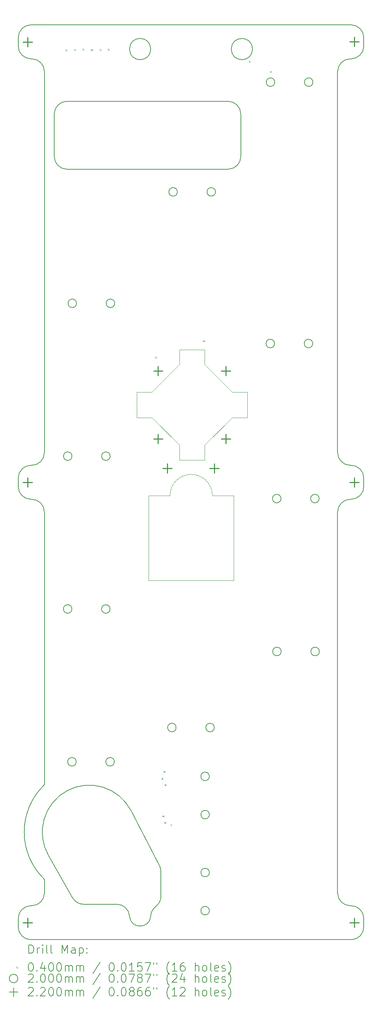
<source format=gbr>
%TF.GenerationSoftware,KiCad,Pcbnew,9.0.1*%
%TF.CreationDate,2025-04-26T11:37:52-07:00*%
%TF.ProjectId,Stationary_X_Panel,53746174-696f-46e6-9172-795f585f5061,1.6*%
%TF.SameCoordinates,Original*%
%TF.FileFunction,Drillmap*%
%TF.FilePolarity,Positive*%
%FSLAX45Y45*%
G04 Gerber Fmt 4.5, Leading zero omitted, Abs format (unit mm)*
G04 Created by KiCad (PCBNEW 9.0.1) date 2025-04-26 11:37:52*
%MOMM*%
%LPD*%
G01*
G04 APERTURE LIST*
%ADD10C,0.200000*%
%ADD11C,0.100000*%
%ADD12C,0.220000*%
G04 APERTURE END LIST*
D10*
X8250000Y-4100000D02*
X8250000Y-5100000D01*
X8250000Y-5100000D02*
G75*
G02*
X7950000Y-5400000I-300000J0D01*
G01*
D11*
X6150000Y-11250000D02*
X6800000Y-11900000D01*
X7400000Y-11900000D02*
X7400000Y-12250000D01*
D10*
X8525000Y-2570000D02*
G75*
G02*
X8025000Y-2570000I-250000J0D01*
G01*
X8025000Y-2570000D02*
G75*
G02*
X8525000Y-2570000I250000J0D01*
G01*
D11*
X6800000Y-12250000D02*
X7400000Y-12250000D01*
D10*
X10532500Y-22450000D02*
X10532500Y-13475000D01*
X10850000Y-12375000D02*
G75*
G02*
X11150000Y-12675000I0J-300000D01*
G01*
X4283606Y-22564417D02*
X3713209Y-21567021D01*
X3300000Y-2800000D02*
X3317500Y-2800000D01*
X6365000Y-21943583D02*
X6365000Y-22528990D01*
X11150000Y-23250000D02*
X11150000Y-23050000D01*
X3617500Y-22127500D02*
X3617500Y-22450000D01*
D11*
X6800000Y-11900000D02*
X6800000Y-12250000D01*
D10*
X11150000Y-12875000D02*
G75*
G02*
X10850000Y-13175000I-300000J0D01*
G01*
D11*
X7400000Y-11900000D02*
X8050000Y-11250000D01*
D10*
X3000000Y-23050000D02*
G75*
G02*
X3300000Y-22750000I300000J0D01*
G01*
X6124638Y-22993448D02*
G75*
G02*
X6244604Y-22769290I299622J-16172D01*
G01*
X10532500Y-3100000D02*
G75*
G02*
X10832500Y-2800000I300000J0D01*
G01*
X3617500Y-22450000D02*
G75*
G02*
X3317500Y-22750000I-300000J0D01*
G01*
X4150000Y-3800000D02*
X7950000Y-3800000D01*
X3300000Y-23550000D02*
G75*
G02*
X3000000Y-23250000I0J300000D01*
G01*
X10532500Y-13475000D02*
G75*
G02*
X10832500Y-13175000I300000J0D01*
G01*
D11*
X6078500Y-15089500D02*
X6078500Y-13089500D01*
D10*
X11150000Y-2500000D02*
X11150000Y-2300000D01*
X10850000Y-2000000D02*
G75*
G02*
X11150000Y-2300000I0J-300000D01*
G01*
X3300000Y-2800000D02*
G75*
G02*
X3000000Y-2500000I0J300000D01*
G01*
D11*
X7400000Y-9650000D02*
X6800000Y-9650000D01*
D10*
X10850000Y-22750000D02*
G75*
G02*
X11150000Y-23050000I0J-300000D01*
G01*
X10850000Y-12375000D02*
X10832500Y-12375000D01*
X3000000Y-12675000D02*
X3000000Y-12875000D01*
X3317500Y-12375000D02*
X3300000Y-12375000D01*
X10832500Y-22750000D02*
G75*
G02*
X10532500Y-22450000I0J300000D01*
G01*
D11*
X6800000Y-10000000D02*
X6150000Y-10650000D01*
D10*
X3000000Y-2300000D02*
G75*
G02*
X3300000Y-2000000I300000J0D01*
G01*
D11*
X8400000Y-11250000D02*
X8400000Y-10650000D01*
X6578500Y-13089500D02*
G75*
G02*
X7578500Y-13089500I500000J0D01*
G01*
D10*
X10832500Y-13175000D02*
X10850000Y-13175000D01*
X10832500Y-12375000D02*
G75*
G02*
X10532500Y-12075000I0J300000D01*
G01*
X10832500Y-2800000D02*
X10850000Y-2800000D01*
X3300000Y-13175000D02*
G75*
G02*
X3000000Y-12875000I0J300000D01*
G01*
X7950000Y-3800000D02*
G75*
G02*
X8250000Y-4100000I0J-300000D01*
G01*
X6365000Y-22528990D02*
G75*
G02*
X6244602Y-22769288I-300000J0D01*
G01*
X7950000Y-5400000D02*
X4150000Y-5400000D01*
D11*
X6800000Y-10000000D02*
X6800000Y-9650000D01*
D10*
X4150000Y-5400000D02*
G75*
G02*
X3850000Y-5100000I0J300000D01*
G01*
D11*
X5800000Y-11250000D02*
X5800000Y-10650000D01*
D10*
X6124638Y-22993448D02*
G75*
G02*
X5625521Y-22996130I-249638J13448D01*
G01*
X3850000Y-4100000D02*
G75*
G02*
X4150000Y-3800000I300000J0D01*
G01*
X3617500Y-12075000D02*
G75*
G02*
X3317500Y-12375000I-300000J0D01*
G01*
X10850000Y-22750000D02*
X10832500Y-22750000D01*
X3617500Y-3100000D02*
X3617500Y-12075000D01*
X11150000Y-12875000D02*
X11150000Y-12675000D01*
X3317500Y-13175000D02*
G75*
G02*
X3617500Y-13475000I0J-300000D01*
G01*
D11*
X8078500Y-13089500D02*
X8078500Y-15089500D01*
X7578500Y-13089500D02*
X8078500Y-13089500D01*
D10*
X3317500Y-22750000D02*
X3300000Y-22750000D01*
X3000000Y-2300000D02*
X3000000Y-2500000D01*
X10532500Y-12075000D02*
X10532500Y-3100000D01*
X5326146Y-22715486D02*
G75*
G02*
X5625521Y-22996130I24J-299974D01*
G01*
X11150000Y-2500000D02*
G75*
G02*
X10850000Y-2800000I-300000J0D01*
G01*
D11*
X6078500Y-13089500D02*
X6578500Y-13089500D01*
D10*
X6125000Y-2570000D02*
G75*
G02*
X5625000Y-2570000I-250000J0D01*
G01*
X5625000Y-2570000D02*
G75*
G02*
X6125000Y-2570000I250000J0D01*
G01*
X5326146Y-22715486D02*
X4544028Y-22715486D01*
D11*
X7400000Y-10000000D02*
X7400000Y-9650000D01*
D10*
X4544028Y-22715486D02*
G75*
G02*
X4283605Y-22564418I2J300006D01*
G01*
X3850000Y-4100000D02*
X3850000Y-5100000D01*
D11*
X8078500Y-15089500D02*
X6078500Y-15089500D01*
X8050000Y-10650000D02*
X7400000Y-10000000D01*
X8050000Y-10650000D02*
X8400000Y-10650000D01*
D10*
X5658777Y-20507316D02*
X6331375Y-21805581D01*
X6331375Y-21805581D02*
G75*
G02*
X6365002Y-21943583I-266425J-138019D01*
G01*
D11*
X5800000Y-10650000D02*
X6150000Y-10650000D01*
D10*
X3000000Y-23050000D02*
X3000000Y-23250000D01*
X3317500Y-2800000D02*
G75*
G02*
X3617500Y-3100000I0J-300000D01*
G01*
X10850000Y-2000000D02*
X3300000Y-2000000D01*
D11*
X8050000Y-11250000D02*
X8400000Y-11250000D01*
X5800000Y-11250000D02*
X6150000Y-11250000D01*
D10*
X3713209Y-21567021D02*
G75*
G02*
X5658777Y-20507316I961791J550035D01*
G01*
X11150000Y-23250000D02*
G75*
G02*
X10850000Y-23550000I-300000J0D01*
G01*
X3300000Y-13175000D02*
X3317500Y-13175000D01*
X3617500Y-22127500D02*
G75*
G02*
X3617500Y-19900000I1064676J1113750D01*
G01*
X3300000Y-23550000D02*
X10850000Y-23550000D01*
X3617500Y-13475000D02*
X3617500Y-19900000D01*
X3000000Y-12675000D02*
G75*
G02*
X3300000Y-12375000I300000J0D01*
G01*
D11*
X4111000Y-2577000D02*
X4151000Y-2617000D01*
X4151000Y-2577000D02*
X4111000Y-2617000D01*
X4314000Y-2568000D02*
X4354000Y-2608000D01*
X4354000Y-2568000D02*
X4314000Y-2608000D01*
X4510000Y-2560000D02*
X4550000Y-2600000D01*
X4550000Y-2560000D02*
X4510000Y-2600000D01*
X4711000Y-2571000D02*
X4751000Y-2611000D01*
X4751000Y-2571000D02*
X4711000Y-2611000D01*
X4914000Y-2568000D02*
X4954000Y-2608000D01*
X4954000Y-2568000D02*
X4914000Y-2608000D01*
X5109000Y-2558000D02*
X5149000Y-2598000D01*
X5149000Y-2558000D02*
X5109000Y-2598000D01*
X6229000Y-9814000D02*
X6269000Y-9854000D01*
X6269000Y-9814000D02*
X6229000Y-9854000D01*
X6378000Y-19738000D02*
X6418000Y-19778000D01*
X6418000Y-19738000D02*
X6378000Y-19778000D01*
X6397800Y-20622200D02*
X6437800Y-20662200D01*
X6437800Y-20622200D02*
X6397800Y-20662200D01*
X6421000Y-19572000D02*
X6461000Y-19612000D01*
X6461000Y-19572000D02*
X6421000Y-19612000D01*
X6439800Y-20775200D02*
X6479800Y-20815200D01*
X6479800Y-20775200D02*
X6439800Y-20815200D01*
X6449000Y-19885000D02*
X6489000Y-19925000D01*
X6489000Y-19885000D02*
X6449000Y-19925000D01*
X6589800Y-20826200D02*
X6629800Y-20866200D01*
X6629800Y-20826200D02*
X6589800Y-20866200D01*
X7356000Y-9430000D02*
X7396000Y-9470000D01*
X7396000Y-9430000D02*
X7356000Y-9470000D01*
X8439000Y-2849500D02*
X8479000Y-2889500D01*
X8479000Y-2849500D02*
X8439000Y-2889500D01*
X8936000Y-3085000D02*
X8976000Y-3125000D01*
X8976000Y-3085000D02*
X8936000Y-3125000D01*
D10*
X4266500Y-15759500D02*
G75*
G02*
X4066500Y-15759500I-100000J0D01*
G01*
X4066500Y-15759500D02*
G75*
G02*
X4266500Y-15759500I100000J0D01*
G01*
X4268000Y-12159500D02*
G75*
G02*
X4068000Y-12159500I-100000J0D01*
G01*
X4068000Y-12159500D02*
G75*
G02*
X4268000Y-12159500I100000J0D01*
G01*
X4366500Y-19359500D02*
G75*
G02*
X4166500Y-19359500I-100000J0D01*
G01*
X4166500Y-19359500D02*
G75*
G02*
X4366500Y-19359500I100000J0D01*
G01*
X4375000Y-8559500D02*
G75*
G02*
X4175000Y-8559500I-100000J0D01*
G01*
X4175000Y-8559500D02*
G75*
G02*
X4375000Y-8559500I100000J0D01*
G01*
X5166500Y-15759500D02*
G75*
G02*
X4966500Y-15759500I-100000J0D01*
G01*
X4966500Y-15759500D02*
G75*
G02*
X5166500Y-15759500I100000J0D01*
G01*
X5168000Y-12159500D02*
G75*
G02*
X4968000Y-12159500I-100000J0D01*
G01*
X4968000Y-12159500D02*
G75*
G02*
X5168000Y-12159500I100000J0D01*
G01*
X5266500Y-19359500D02*
G75*
G02*
X5066500Y-19359500I-100000J0D01*
G01*
X5066500Y-19359500D02*
G75*
G02*
X5266500Y-19359500I100000J0D01*
G01*
X5275000Y-8559500D02*
G75*
G02*
X5075000Y-8559500I-100000J0D01*
G01*
X5075000Y-8559500D02*
G75*
G02*
X5275000Y-8559500I100000J0D01*
G01*
X6724000Y-18552000D02*
G75*
G02*
X6524000Y-18552000I-100000J0D01*
G01*
X6524000Y-18552000D02*
G75*
G02*
X6724000Y-18552000I100000J0D01*
G01*
X6752500Y-5934500D02*
G75*
G02*
X6552500Y-5934500I-100000J0D01*
G01*
X6552500Y-5934500D02*
G75*
G02*
X6752500Y-5934500I100000J0D01*
G01*
X7508000Y-19703000D02*
G75*
G02*
X7308000Y-19703000I-100000J0D01*
G01*
X7308000Y-19703000D02*
G75*
G02*
X7508000Y-19703000I100000J0D01*
G01*
X7508000Y-20603000D02*
G75*
G02*
X7308000Y-20603000I-100000J0D01*
G01*
X7308000Y-20603000D02*
G75*
G02*
X7508000Y-20603000I100000J0D01*
G01*
X7508000Y-21967000D02*
G75*
G02*
X7308000Y-21967000I-100000J0D01*
G01*
X7308000Y-21967000D02*
G75*
G02*
X7508000Y-21967000I100000J0D01*
G01*
X7508000Y-22867000D02*
G75*
G02*
X7308000Y-22867000I-100000J0D01*
G01*
X7308000Y-22867000D02*
G75*
G02*
X7508000Y-22867000I100000J0D01*
G01*
X7624000Y-18552000D02*
G75*
G02*
X7424000Y-18552000I-100000J0D01*
G01*
X7424000Y-18552000D02*
G75*
G02*
X7624000Y-18552000I100000J0D01*
G01*
X7652500Y-5934500D02*
G75*
G02*
X7452500Y-5934500I-100000J0D01*
G01*
X7452500Y-5934500D02*
G75*
G02*
X7652500Y-5934500I100000J0D01*
G01*
X9045000Y-9507000D02*
G75*
G02*
X8845000Y-9507000I-100000J0D01*
G01*
X8845000Y-9507000D02*
G75*
G02*
X9045000Y-9507000I100000J0D01*
G01*
X9050000Y-3350000D02*
G75*
G02*
X8850000Y-3350000I-100000J0D01*
G01*
X8850000Y-3350000D02*
G75*
G02*
X9050000Y-3350000I100000J0D01*
G01*
X9197000Y-13159000D02*
G75*
G02*
X8997000Y-13159000I-100000J0D01*
G01*
X8997000Y-13159000D02*
G75*
G02*
X9197000Y-13159000I100000J0D01*
G01*
X9202000Y-16761000D02*
G75*
G02*
X9002000Y-16761000I-100000J0D01*
G01*
X9002000Y-16761000D02*
G75*
G02*
X9202000Y-16761000I100000J0D01*
G01*
X9945000Y-9507000D02*
G75*
G02*
X9745000Y-9507000I-100000J0D01*
G01*
X9745000Y-9507000D02*
G75*
G02*
X9945000Y-9507000I100000J0D01*
G01*
X9950000Y-3350000D02*
G75*
G02*
X9750000Y-3350000I-100000J0D01*
G01*
X9750000Y-3350000D02*
G75*
G02*
X9950000Y-3350000I100000J0D01*
G01*
X10097000Y-13159000D02*
G75*
G02*
X9897000Y-13159000I-100000J0D01*
G01*
X9897000Y-13159000D02*
G75*
G02*
X10097000Y-13159000I100000J0D01*
G01*
X10102000Y-16761000D02*
G75*
G02*
X9902000Y-16761000I-100000J0D01*
G01*
X9902000Y-16761000D02*
G75*
G02*
X10102000Y-16761000I100000J0D01*
G01*
D12*
X3224000Y-12665000D02*
X3224000Y-12885000D01*
X3114000Y-12775000D02*
X3334000Y-12775000D01*
X3225000Y-2291000D02*
X3225000Y-2511000D01*
X3115000Y-2401000D02*
X3335000Y-2401000D01*
X3226000Y-23041000D02*
X3226000Y-23261000D01*
X3116000Y-23151000D02*
X3336000Y-23151000D01*
X6300000Y-10040000D02*
X6300000Y-10260000D01*
X6190000Y-10150000D02*
X6410000Y-10150000D01*
X6300000Y-11640000D02*
X6300000Y-11860000D01*
X6190000Y-11750000D02*
X6410000Y-11750000D01*
X6516500Y-12332500D02*
X6516500Y-12552500D01*
X6406500Y-12442500D02*
X6626500Y-12442500D01*
X7626500Y-12332500D02*
X7626500Y-12552500D01*
X7516500Y-12442500D02*
X7736500Y-12442500D01*
X7900000Y-10040000D02*
X7900000Y-10260000D01*
X7790000Y-10150000D02*
X8010000Y-10150000D01*
X7900000Y-11640000D02*
X7900000Y-11860000D01*
X7790000Y-11750000D02*
X8010000Y-11750000D01*
X10924000Y-12666000D02*
X10924000Y-12886000D01*
X10814000Y-12776000D02*
X11034000Y-12776000D01*
X10924000Y-23040000D02*
X10924000Y-23260000D01*
X10814000Y-23150000D02*
X11034000Y-23150000D01*
X10926000Y-2290000D02*
X10926000Y-2510000D01*
X10816000Y-2400000D02*
X11036000Y-2400000D01*
D10*
X3250777Y-23871484D02*
X3250777Y-23671484D01*
X3250777Y-23671484D02*
X3298396Y-23671484D01*
X3298396Y-23671484D02*
X3326967Y-23681008D01*
X3326967Y-23681008D02*
X3346015Y-23700055D01*
X3346015Y-23700055D02*
X3355539Y-23719103D01*
X3355539Y-23719103D02*
X3365062Y-23757198D01*
X3365062Y-23757198D02*
X3365062Y-23785769D01*
X3365062Y-23785769D02*
X3355539Y-23823865D01*
X3355539Y-23823865D02*
X3346015Y-23842912D01*
X3346015Y-23842912D02*
X3326967Y-23861960D01*
X3326967Y-23861960D02*
X3298396Y-23871484D01*
X3298396Y-23871484D02*
X3250777Y-23871484D01*
X3450777Y-23871484D02*
X3450777Y-23738150D01*
X3450777Y-23776246D02*
X3460301Y-23757198D01*
X3460301Y-23757198D02*
X3469824Y-23747674D01*
X3469824Y-23747674D02*
X3488872Y-23738150D01*
X3488872Y-23738150D02*
X3507920Y-23738150D01*
X3574586Y-23871484D02*
X3574586Y-23738150D01*
X3574586Y-23671484D02*
X3565062Y-23681008D01*
X3565062Y-23681008D02*
X3574586Y-23690531D01*
X3574586Y-23690531D02*
X3584110Y-23681008D01*
X3584110Y-23681008D02*
X3574586Y-23671484D01*
X3574586Y-23671484D02*
X3574586Y-23690531D01*
X3698396Y-23871484D02*
X3679348Y-23861960D01*
X3679348Y-23861960D02*
X3669824Y-23842912D01*
X3669824Y-23842912D02*
X3669824Y-23671484D01*
X3803158Y-23871484D02*
X3784110Y-23861960D01*
X3784110Y-23861960D02*
X3774586Y-23842912D01*
X3774586Y-23842912D02*
X3774586Y-23671484D01*
X4031729Y-23871484D02*
X4031729Y-23671484D01*
X4031729Y-23671484D02*
X4098396Y-23814341D01*
X4098396Y-23814341D02*
X4165062Y-23671484D01*
X4165062Y-23671484D02*
X4165062Y-23871484D01*
X4346015Y-23871484D02*
X4346015Y-23766722D01*
X4346015Y-23766722D02*
X4336491Y-23747674D01*
X4336491Y-23747674D02*
X4317444Y-23738150D01*
X4317444Y-23738150D02*
X4279348Y-23738150D01*
X4279348Y-23738150D02*
X4260301Y-23747674D01*
X4346015Y-23861960D02*
X4326967Y-23871484D01*
X4326967Y-23871484D02*
X4279348Y-23871484D01*
X4279348Y-23871484D02*
X4260301Y-23861960D01*
X4260301Y-23861960D02*
X4250777Y-23842912D01*
X4250777Y-23842912D02*
X4250777Y-23823865D01*
X4250777Y-23823865D02*
X4260301Y-23804817D01*
X4260301Y-23804817D02*
X4279348Y-23795293D01*
X4279348Y-23795293D02*
X4326967Y-23795293D01*
X4326967Y-23795293D02*
X4346015Y-23785769D01*
X4441253Y-23738150D02*
X4441253Y-23938150D01*
X4441253Y-23747674D02*
X4460301Y-23738150D01*
X4460301Y-23738150D02*
X4498396Y-23738150D01*
X4498396Y-23738150D02*
X4517444Y-23747674D01*
X4517444Y-23747674D02*
X4526967Y-23757198D01*
X4526967Y-23757198D02*
X4536491Y-23776246D01*
X4536491Y-23776246D02*
X4536491Y-23833388D01*
X4536491Y-23833388D02*
X4526967Y-23852436D01*
X4526967Y-23852436D02*
X4517444Y-23861960D01*
X4517444Y-23861960D02*
X4498396Y-23871484D01*
X4498396Y-23871484D02*
X4460301Y-23871484D01*
X4460301Y-23871484D02*
X4441253Y-23861960D01*
X4622205Y-23852436D02*
X4631729Y-23861960D01*
X4631729Y-23861960D02*
X4622205Y-23871484D01*
X4622205Y-23871484D02*
X4612682Y-23861960D01*
X4612682Y-23861960D02*
X4622205Y-23852436D01*
X4622205Y-23852436D02*
X4622205Y-23871484D01*
X4622205Y-23747674D02*
X4631729Y-23757198D01*
X4631729Y-23757198D02*
X4622205Y-23766722D01*
X4622205Y-23766722D02*
X4612682Y-23757198D01*
X4612682Y-23757198D02*
X4622205Y-23747674D01*
X4622205Y-23747674D02*
X4622205Y-23766722D01*
D11*
X2950000Y-24180000D02*
X2990000Y-24220000D01*
X2990000Y-24180000D02*
X2950000Y-24220000D01*
D10*
X3288872Y-24091484D02*
X3307920Y-24091484D01*
X3307920Y-24091484D02*
X3326967Y-24101008D01*
X3326967Y-24101008D02*
X3336491Y-24110531D01*
X3336491Y-24110531D02*
X3346015Y-24129579D01*
X3346015Y-24129579D02*
X3355539Y-24167674D01*
X3355539Y-24167674D02*
X3355539Y-24215293D01*
X3355539Y-24215293D02*
X3346015Y-24253388D01*
X3346015Y-24253388D02*
X3336491Y-24272436D01*
X3336491Y-24272436D02*
X3326967Y-24281960D01*
X3326967Y-24281960D02*
X3307920Y-24291484D01*
X3307920Y-24291484D02*
X3288872Y-24291484D01*
X3288872Y-24291484D02*
X3269824Y-24281960D01*
X3269824Y-24281960D02*
X3260301Y-24272436D01*
X3260301Y-24272436D02*
X3250777Y-24253388D01*
X3250777Y-24253388D02*
X3241253Y-24215293D01*
X3241253Y-24215293D02*
X3241253Y-24167674D01*
X3241253Y-24167674D02*
X3250777Y-24129579D01*
X3250777Y-24129579D02*
X3260301Y-24110531D01*
X3260301Y-24110531D02*
X3269824Y-24101008D01*
X3269824Y-24101008D02*
X3288872Y-24091484D01*
X3441253Y-24272436D02*
X3450777Y-24281960D01*
X3450777Y-24281960D02*
X3441253Y-24291484D01*
X3441253Y-24291484D02*
X3431729Y-24281960D01*
X3431729Y-24281960D02*
X3441253Y-24272436D01*
X3441253Y-24272436D02*
X3441253Y-24291484D01*
X3622205Y-24158150D02*
X3622205Y-24291484D01*
X3574586Y-24081960D02*
X3526967Y-24224817D01*
X3526967Y-24224817D02*
X3650777Y-24224817D01*
X3765062Y-24091484D02*
X3784110Y-24091484D01*
X3784110Y-24091484D02*
X3803158Y-24101008D01*
X3803158Y-24101008D02*
X3812682Y-24110531D01*
X3812682Y-24110531D02*
X3822205Y-24129579D01*
X3822205Y-24129579D02*
X3831729Y-24167674D01*
X3831729Y-24167674D02*
X3831729Y-24215293D01*
X3831729Y-24215293D02*
X3822205Y-24253388D01*
X3822205Y-24253388D02*
X3812682Y-24272436D01*
X3812682Y-24272436D02*
X3803158Y-24281960D01*
X3803158Y-24281960D02*
X3784110Y-24291484D01*
X3784110Y-24291484D02*
X3765062Y-24291484D01*
X3765062Y-24291484D02*
X3746015Y-24281960D01*
X3746015Y-24281960D02*
X3736491Y-24272436D01*
X3736491Y-24272436D02*
X3726967Y-24253388D01*
X3726967Y-24253388D02*
X3717443Y-24215293D01*
X3717443Y-24215293D02*
X3717443Y-24167674D01*
X3717443Y-24167674D02*
X3726967Y-24129579D01*
X3726967Y-24129579D02*
X3736491Y-24110531D01*
X3736491Y-24110531D02*
X3746015Y-24101008D01*
X3746015Y-24101008D02*
X3765062Y-24091484D01*
X3955539Y-24091484D02*
X3974586Y-24091484D01*
X3974586Y-24091484D02*
X3993634Y-24101008D01*
X3993634Y-24101008D02*
X4003158Y-24110531D01*
X4003158Y-24110531D02*
X4012682Y-24129579D01*
X4012682Y-24129579D02*
X4022205Y-24167674D01*
X4022205Y-24167674D02*
X4022205Y-24215293D01*
X4022205Y-24215293D02*
X4012682Y-24253388D01*
X4012682Y-24253388D02*
X4003158Y-24272436D01*
X4003158Y-24272436D02*
X3993634Y-24281960D01*
X3993634Y-24281960D02*
X3974586Y-24291484D01*
X3974586Y-24291484D02*
X3955539Y-24291484D01*
X3955539Y-24291484D02*
X3936491Y-24281960D01*
X3936491Y-24281960D02*
X3926967Y-24272436D01*
X3926967Y-24272436D02*
X3917443Y-24253388D01*
X3917443Y-24253388D02*
X3907920Y-24215293D01*
X3907920Y-24215293D02*
X3907920Y-24167674D01*
X3907920Y-24167674D02*
X3917443Y-24129579D01*
X3917443Y-24129579D02*
X3926967Y-24110531D01*
X3926967Y-24110531D02*
X3936491Y-24101008D01*
X3936491Y-24101008D02*
X3955539Y-24091484D01*
X4107920Y-24291484D02*
X4107920Y-24158150D01*
X4107920Y-24177198D02*
X4117443Y-24167674D01*
X4117443Y-24167674D02*
X4136491Y-24158150D01*
X4136491Y-24158150D02*
X4165063Y-24158150D01*
X4165063Y-24158150D02*
X4184110Y-24167674D01*
X4184110Y-24167674D02*
X4193634Y-24186722D01*
X4193634Y-24186722D02*
X4193634Y-24291484D01*
X4193634Y-24186722D02*
X4203158Y-24167674D01*
X4203158Y-24167674D02*
X4222205Y-24158150D01*
X4222205Y-24158150D02*
X4250777Y-24158150D01*
X4250777Y-24158150D02*
X4269825Y-24167674D01*
X4269825Y-24167674D02*
X4279348Y-24186722D01*
X4279348Y-24186722D02*
X4279348Y-24291484D01*
X4374586Y-24291484D02*
X4374586Y-24158150D01*
X4374586Y-24177198D02*
X4384110Y-24167674D01*
X4384110Y-24167674D02*
X4403158Y-24158150D01*
X4403158Y-24158150D02*
X4431729Y-24158150D01*
X4431729Y-24158150D02*
X4450777Y-24167674D01*
X4450777Y-24167674D02*
X4460301Y-24186722D01*
X4460301Y-24186722D02*
X4460301Y-24291484D01*
X4460301Y-24186722D02*
X4469825Y-24167674D01*
X4469825Y-24167674D02*
X4488872Y-24158150D01*
X4488872Y-24158150D02*
X4517444Y-24158150D01*
X4517444Y-24158150D02*
X4536491Y-24167674D01*
X4536491Y-24167674D02*
X4546015Y-24186722D01*
X4546015Y-24186722D02*
X4546015Y-24291484D01*
X4936491Y-24081960D02*
X4765063Y-24339103D01*
X5193634Y-24091484D02*
X5212682Y-24091484D01*
X5212682Y-24091484D02*
X5231729Y-24101008D01*
X5231729Y-24101008D02*
X5241253Y-24110531D01*
X5241253Y-24110531D02*
X5250777Y-24129579D01*
X5250777Y-24129579D02*
X5260301Y-24167674D01*
X5260301Y-24167674D02*
X5260301Y-24215293D01*
X5260301Y-24215293D02*
X5250777Y-24253388D01*
X5250777Y-24253388D02*
X5241253Y-24272436D01*
X5241253Y-24272436D02*
X5231729Y-24281960D01*
X5231729Y-24281960D02*
X5212682Y-24291484D01*
X5212682Y-24291484D02*
X5193634Y-24291484D01*
X5193634Y-24291484D02*
X5174587Y-24281960D01*
X5174587Y-24281960D02*
X5165063Y-24272436D01*
X5165063Y-24272436D02*
X5155539Y-24253388D01*
X5155539Y-24253388D02*
X5146015Y-24215293D01*
X5146015Y-24215293D02*
X5146015Y-24167674D01*
X5146015Y-24167674D02*
X5155539Y-24129579D01*
X5155539Y-24129579D02*
X5165063Y-24110531D01*
X5165063Y-24110531D02*
X5174587Y-24101008D01*
X5174587Y-24101008D02*
X5193634Y-24091484D01*
X5346015Y-24272436D02*
X5355539Y-24281960D01*
X5355539Y-24281960D02*
X5346015Y-24291484D01*
X5346015Y-24291484D02*
X5336491Y-24281960D01*
X5336491Y-24281960D02*
X5346015Y-24272436D01*
X5346015Y-24272436D02*
X5346015Y-24291484D01*
X5479348Y-24091484D02*
X5498396Y-24091484D01*
X5498396Y-24091484D02*
X5517444Y-24101008D01*
X5517444Y-24101008D02*
X5526968Y-24110531D01*
X5526968Y-24110531D02*
X5536491Y-24129579D01*
X5536491Y-24129579D02*
X5546015Y-24167674D01*
X5546015Y-24167674D02*
X5546015Y-24215293D01*
X5546015Y-24215293D02*
X5536491Y-24253388D01*
X5536491Y-24253388D02*
X5526968Y-24272436D01*
X5526968Y-24272436D02*
X5517444Y-24281960D01*
X5517444Y-24281960D02*
X5498396Y-24291484D01*
X5498396Y-24291484D02*
X5479348Y-24291484D01*
X5479348Y-24291484D02*
X5460301Y-24281960D01*
X5460301Y-24281960D02*
X5450777Y-24272436D01*
X5450777Y-24272436D02*
X5441253Y-24253388D01*
X5441253Y-24253388D02*
X5431729Y-24215293D01*
X5431729Y-24215293D02*
X5431729Y-24167674D01*
X5431729Y-24167674D02*
X5441253Y-24129579D01*
X5441253Y-24129579D02*
X5450777Y-24110531D01*
X5450777Y-24110531D02*
X5460301Y-24101008D01*
X5460301Y-24101008D02*
X5479348Y-24091484D01*
X5736491Y-24291484D02*
X5622206Y-24291484D01*
X5679348Y-24291484D02*
X5679348Y-24091484D01*
X5679348Y-24091484D02*
X5660301Y-24120055D01*
X5660301Y-24120055D02*
X5641253Y-24139103D01*
X5641253Y-24139103D02*
X5622206Y-24148627D01*
X5917444Y-24091484D02*
X5822206Y-24091484D01*
X5822206Y-24091484D02*
X5812682Y-24186722D01*
X5812682Y-24186722D02*
X5822206Y-24177198D01*
X5822206Y-24177198D02*
X5841253Y-24167674D01*
X5841253Y-24167674D02*
X5888872Y-24167674D01*
X5888872Y-24167674D02*
X5907920Y-24177198D01*
X5907920Y-24177198D02*
X5917444Y-24186722D01*
X5917444Y-24186722D02*
X5926967Y-24205769D01*
X5926967Y-24205769D02*
X5926967Y-24253388D01*
X5926967Y-24253388D02*
X5917444Y-24272436D01*
X5917444Y-24272436D02*
X5907920Y-24281960D01*
X5907920Y-24281960D02*
X5888872Y-24291484D01*
X5888872Y-24291484D02*
X5841253Y-24291484D01*
X5841253Y-24291484D02*
X5822206Y-24281960D01*
X5822206Y-24281960D02*
X5812682Y-24272436D01*
X5993634Y-24091484D02*
X6126967Y-24091484D01*
X6126967Y-24091484D02*
X6041253Y-24291484D01*
X6193634Y-24091484D02*
X6193634Y-24129579D01*
X6269825Y-24091484D02*
X6269825Y-24129579D01*
X6565063Y-24367674D02*
X6555539Y-24358150D01*
X6555539Y-24358150D02*
X6536491Y-24329579D01*
X6536491Y-24329579D02*
X6526968Y-24310531D01*
X6526968Y-24310531D02*
X6517444Y-24281960D01*
X6517444Y-24281960D02*
X6507920Y-24234341D01*
X6507920Y-24234341D02*
X6507920Y-24196246D01*
X6507920Y-24196246D02*
X6517444Y-24148627D01*
X6517444Y-24148627D02*
X6526968Y-24120055D01*
X6526968Y-24120055D02*
X6536491Y-24101008D01*
X6536491Y-24101008D02*
X6555539Y-24072436D01*
X6555539Y-24072436D02*
X6565063Y-24062912D01*
X6746015Y-24291484D02*
X6631729Y-24291484D01*
X6688872Y-24291484D02*
X6688872Y-24091484D01*
X6688872Y-24091484D02*
X6669825Y-24120055D01*
X6669825Y-24120055D02*
X6650777Y-24139103D01*
X6650777Y-24139103D02*
X6631729Y-24148627D01*
X6917444Y-24091484D02*
X6879348Y-24091484D01*
X6879348Y-24091484D02*
X6860301Y-24101008D01*
X6860301Y-24101008D02*
X6850777Y-24110531D01*
X6850777Y-24110531D02*
X6831729Y-24139103D01*
X6831729Y-24139103D02*
X6822206Y-24177198D01*
X6822206Y-24177198D02*
X6822206Y-24253388D01*
X6822206Y-24253388D02*
X6831729Y-24272436D01*
X6831729Y-24272436D02*
X6841253Y-24281960D01*
X6841253Y-24281960D02*
X6860301Y-24291484D01*
X6860301Y-24291484D02*
X6898396Y-24291484D01*
X6898396Y-24291484D02*
X6917444Y-24281960D01*
X6917444Y-24281960D02*
X6926968Y-24272436D01*
X6926968Y-24272436D02*
X6936491Y-24253388D01*
X6936491Y-24253388D02*
X6936491Y-24205769D01*
X6936491Y-24205769D02*
X6926968Y-24186722D01*
X6926968Y-24186722D02*
X6917444Y-24177198D01*
X6917444Y-24177198D02*
X6898396Y-24167674D01*
X6898396Y-24167674D02*
X6860301Y-24167674D01*
X6860301Y-24167674D02*
X6841253Y-24177198D01*
X6841253Y-24177198D02*
X6831729Y-24186722D01*
X6831729Y-24186722D02*
X6822206Y-24205769D01*
X7174587Y-24291484D02*
X7174587Y-24091484D01*
X7260301Y-24291484D02*
X7260301Y-24186722D01*
X7260301Y-24186722D02*
X7250777Y-24167674D01*
X7250777Y-24167674D02*
X7231730Y-24158150D01*
X7231730Y-24158150D02*
X7203158Y-24158150D01*
X7203158Y-24158150D02*
X7184110Y-24167674D01*
X7184110Y-24167674D02*
X7174587Y-24177198D01*
X7384110Y-24291484D02*
X7365063Y-24281960D01*
X7365063Y-24281960D02*
X7355539Y-24272436D01*
X7355539Y-24272436D02*
X7346015Y-24253388D01*
X7346015Y-24253388D02*
X7346015Y-24196246D01*
X7346015Y-24196246D02*
X7355539Y-24177198D01*
X7355539Y-24177198D02*
X7365063Y-24167674D01*
X7365063Y-24167674D02*
X7384110Y-24158150D01*
X7384110Y-24158150D02*
X7412682Y-24158150D01*
X7412682Y-24158150D02*
X7431730Y-24167674D01*
X7431730Y-24167674D02*
X7441253Y-24177198D01*
X7441253Y-24177198D02*
X7450777Y-24196246D01*
X7450777Y-24196246D02*
X7450777Y-24253388D01*
X7450777Y-24253388D02*
X7441253Y-24272436D01*
X7441253Y-24272436D02*
X7431730Y-24281960D01*
X7431730Y-24281960D02*
X7412682Y-24291484D01*
X7412682Y-24291484D02*
X7384110Y-24291484D01*
X7565063Y-24291484D02*
X7546015Y-24281960D01*
X7546015Y-24281960D02*
X7536491Y-24262912D01*
X7536491Y-24262912D02*
X7536491Y-24091484D01*
X7717444Y-24281960D02*
X7698396Y-24291484D01*
X7698396Y-24291484D02*
X7660301Y-24291484D01*
X7660301Y-24291484D02*
X7641253Y-24281960D01*
X7641253Y-24281960D02*
X7631730Y-24262912D01*
X7631730Y-24262912D02*
X7631730Y-24186722D01*
X7631730Y-24186722D02*
X7641253Y-24167674D01*
X7641253Y-24167674D02*
X7660301Y-24158150D01*
X7660301Y-24158150D02*
X7698396Y-24158150D01*
X7698396Y-24158150D02*
X7717444Y-24167674D01*
X7717444Y-24167674D02*
X7726968Y-24186722D01*
X7726968Y-24186722D02*
X7726968Y-24205769D01*
X7726968Y-24205769D02*
X7631730Y-24224817D01*
X7803158Y-24281960D02*
X7822206Y-24291484D01*
X7822206Y-24291484D02*
X7860301Y-24291484D01*
X7860301Y-24291484D02*
X7879349Y-24281960D01*
X7879349Y-24281960D02*
X7888872Y-24262912D01*
X7888872Y-24262912D02*
X7888872Y-24253388D01*
X7888872Y-24253388D02*
X7879349Y-24234341D01*
X7879349Y-24234341D02*
X7860301Y-24224817D01*
X7860301Y-24224817D02*
X7831730Y-24224817D01*
X7831730Y-24224817D02*
X7812682Y-24215293D01*
X7812682Y-24215293D02*
X7803158Y-24196246D01*
X7803158Y-24196246D02*
X7803158Y-24186722D01*
X7803158Y-24186722D02*
X7812682Y-24167674D01*
X7812682Y-24167674D02*
X7831730Y-24158150D01*
X7831730Y-24158150D02*
X7860301Y-24158150D01*
X7860301Y-24158150D02*
X7879349Y-24167674D01*
X7955539Y-24367674D02*
X7965063Y-24358150D01*
X7965063Y-24358150D02*
X7984111Y-24329579D01*
X7984111Y-24329579D02*
X7993634Y-24310531D01*
X7993634Y-24310531D02*
X8003158Y-24281960D01*
X8003158Y-24281960D02*
X8012682Y-24234341D01*
X8012682Y-24234341D02*
X8012682Y-24196246D01*
X8012682Y-24196246D02*
X8003158Y-24148627D01*
X8003158Y-24148627D02*
X7993634Y-24120055D01*
X7993634Y-24120055D02*
X7984111Y-24101008D01*
X7984111Y-24101008D02*
X7965063Y-24072436D01*
X7965063Y-24072436D02*
X7955539Y-24062912D01*
X2990000Y-24464000D02*
G75*
G02*
X2790000Y-24464000I-100000J0D01*
G01*
X2790000Y-24464000D02*
G75*
G02*
X2990000Y-24464000I100000J0D01*
G01*
X3241253Y-24374531D02*
X3250777Y-24365008D01*
X3250777Y-24365008D02*
X3269824Y-24355484D01*
X3269824Y-24355484D02*
X3317443Y-24355484D01*
X3317443Y-24355484D02*
X3336491Y-24365008D01*
X3336491Y-24365008D02*
X3346015Y-24374531D01*
X3346015Y-24374531D02*
X3355539Y-24393579D01*
X3355539Y-24393579D02*
X3355539Y-24412627D01*
X3355539Y-24412627D02*
X3346015Y-24441198D01*
X3346015Y-24441198D02*
X3231729Y-24555484D01*
X3231729Y-24555484D02*
X3355539Y-24555484D01*
X3441253Y-24536436D02*
X3450777Y-24545960D01*
X3450777Y-24545960D02*
X3441253Y-24555484D01*
X3441253Y-24555484D02*
X3431729Y-24545960D01*
X3431729Y-24545960D02*
X3441253Y-24536436D01*
X3441253Y-24536436D02*
X3441253Y-24555484D01*
X3574586Y-24355484D02*
X3593634Y-24355484D01*
X3593634Y-24355484D02*
X3612682Y-24365008D01*
X3612682Y-24365008D02*
X3622205Y-24374531D01*
X3622205Y-24374531D02*
X3631729Y-24393579D01*
X3631729Y-24393579D02*
X3641253Y-24431674D01*
X3641253Y-24431674D02*
X3641253Y-24479293D01*
X3641253Y-24479293D02*
X3631729Y-24517388D01*
X3631729Y-24517388D02*
X3622205Y-24536436D01*
X3622205Y-24536436D02*
X3612682Y-24545960D01*
X3612682Y-24545960D02*
X3593634Y-24555484D01*
X3593634Y-24555484D02*
X3574586Y-24555484D01*
X3574586Y-24555484D02*
X3555539Y-24545960D01*
X3555539Y-24545960D02*
X3546015Y-24536436D01*
X3546015Y-24536436D02*
X3536491Y-24517388D01*
X3536491Y-24517388D02*
X3526967Y-24479293D01*
X3526967Y-24479293D02*
X3526967Y-24431674D01*
X3526967Y-24431674D02*
X3536491Y-24393579D01*
X3536491Y-24393579D02*
X3546015Y-24374531D01*
X3546015Y-24374531D02*
X3555539Y-24365008D01*
X3555539Y-24365008D02*
X3574586Y-24355484D01*
X3765062Y-24355484D02*
X3784110Y-24355484D01*
X3784110Y-24355484D02*
X3803158Y-24365008D01*
X3803158Y-24365008D02*
X3812682Y-24374531D01*
X3812682Y-24374531D02*
X3822205Y-24393579D01*
X3822205Y-24393579D02*
X3831729Y-24431674D01*
X3831729Y-24431674D02*
X3831729Y-24479293D01*
X3831729Y-24479293D02*
X3822205Y-24517388D01*
X3822205Y-24517388D02*
X3812682Y-24536436D01*
X3812682Y-24536436D02*
X3803158Y-24545960D01*
X3803158Y-24545960D02*
X3784110Y-24555484D01*
X3784110Y-24555484D02*
X3765062Y-24555484D01*
X3765062Y-24555484D02*
X3746015Y-24545960D01*
X3746015Y-24545960D02*
X3736491Y-24536436D01*
X3736491Y-24536436D02*
X3726967Y-24517388D01*
X3726967Y-24517388D02*
X3717443Y-24479293D01*
X3717443Y-24479293D02*
X3717443Y-24431674D01*
X3717443Y-24431674D02*
X3726967Y-24393579D01*
X3726967Y-24393579D02*
X3736491Y-24374531D01*
X3736491Y-24374531D02*
X3746015Y-24365008D01*
X3746015Y-24365008D02*
X3765062Y-24355484D01*
X3955539Y-24355484D02*
X3974586Y-24355484D01*
X3974586Y-24355484D02*
X3993634Y-24365008D01*
X3993634Y-24365008D02*
X4003158Y-24374531D01*
X4003158Y-24374531D02*
X4012682Y-24393579D01*
X4012682Y-24393579D02*
X4022205Y-24431674D01*
X4022205Y-24431674D02*
X4022205Y-24479293D01*
X4022205Y-24479293D02*
X4012682Y-24517388D01*
X4012682Y-24517388D02*
X4003158Y-24536436D01*
X4003158Y-24536436D02*
X3993634Y-24545960D01*
X3993634Y-24545960D02*
X3974586Y-24555484D01*
X3974586Y-24555484D02*
X3955539Y-24555484D01*
X3955539Y-24555484D02*
X3936491Y-24545960D01*
X3936491Y-24545960D02*
X3926967Y-24536436D01*
X3926967Y-24536436D02*
X3917443Y-24517388D01*
X3917443Y-24517388D02*
X3907920Y-24479293D01*
X3907920Y-24479293D02*
X3907920Y-24431674D01*
X3907920Y-24431674D02*
X3917443Y-24393579D01*
X3917443Y-24393579D02*
X3926967Y-24374531D01*
X3926967Y-24374531D02*
X3936491Y-24365008D01*
X3936491Y-24365008D02*
X3955539Y-24355484D01*
X4107920Y-24555484D02*
X4107920Y-24422150D01*
X4107920Y-24441198D02*
X4117443Y-24431674D01*
X4117443Y-24431674D02*
X4136491Y-24422150D01*
X4136491Y-24422150D02*
X4165063Y-24422150D01*
X4165063Y-24422150D02*
X4184110Y-24431674D01*
X4184110Y-24431674D02*
X4193634Y-24450722D01*
X4193634Y-24450722D02*
X4193634Y-24555484D01*
X4193634Y-24450722D02*
X4203158Y-24431674D01*
X4203158Y-24431674D02*
X4222205Y-24422150D01*
X4222205Y-24422150D02*
X4250777Y-24422150D01*
X4250777Y-24422150D02*
X4269825Y-24431674D01*
X4269825Y-24431674D02*
X4279348Y-24450722D01*
X4279348Y-24450722D02*
X4279348Y-24555484D01*
X4374586Y-24555484D02*
X4374586Y-24422150D01*
X4374586Y-24441198D02*
X4384110Y-24431674D01*
X4384110Y-24431674D02*
X4403158Y-24422150D01*
X4403158Y-24422150D02*
X4431729Y-24422150D01*
X4431729Y-24422150D02*
X4450777Y-24431674D01*
X4450777Y-24431674D02*
X4460301Y-24450722D01*
X4460301Y-24450722D02*
X4460301Y-24555484D01*
X4460301Y-24450722D02*
X4469825Y-24431674D01*
X4469825Y-24431674D02*
X4488872Y-24422150D01*
X4488872Y-24422150D02*
X4517444Y-24422150D01*
X4517444Y-24422150D02*
X4536491Y-24431674D01*
X4536491Y-24431674D02*
X4546015Y-24450722D01*
X4546015Y-24450722D02*
X4546015Y-24555484D01*
X4936491Y-24345960D02*
X4765063Y-24603103D01*
X5193634Y-24355484D02*
X5212682Y-24355484D01*
X5212682Y-24355484D02*
X5231729Y-24365008D01*
X5231729Y-24365008D02*
X5241253Y-24374531D01*
X5241253Y-24374531D02*
X5250777Y-24393579D01*
X5250777Y-24393579D02*
X5260301Y-24431674D01*
X5260301Y-24431674D02*
X5260301Y-24479293D01*
X5260301Y-24479293D02*
X5250777Y-24517388D01*
X5250777Y-24517388D02*
X5241253Y-24536436D01*
X5241253Y-24536436D02*
X5231729Y-24545960D01*
X5231729Y-24545960D02*
X5212682Y-24555484D01*
X5212682Y-24555484D02*
X5193634Y-24555484D01*
X5193634Y-24555484D02*
X5174587Y-24545960D01*
X5174587Y-24545960D02*
X5165063Y-24536436D01*
X5165063Y-24536436D02*
X5155539Y-24517388D01*
X5155539Y-24517388D02*
X5146015Y-24479293D01*
X5146015Y-24479293D02*
X5146015Y-24431674D01*
X5146015Y-24431674D02*
X5155539Y-24393579D01*
X5155539Y-24393579D02*
X5165063Y-24374531D01*
X5165063Y-24374531D02*
X5174587Y-24365008D01*
X5174587Y-24365008D02*
X5193634Y-24355484D01*
X5346015Y-24536436D02*
X5355539Y-24545960D01*
X5355539Y-24545960D02*
X5346015Y-24555484D01*
X5346015Y-24555484D02*
X5336491Y-24545960D01*
X5336491Y-24545960D02*
X5346015Y-24536436D01*
X5346015Y-24536436D02*
X5346015Y-24555484D01*
X5479348Y-24355484D02*
X5498396Y-24355484D01*
X5498396Y-24355484D02*
X5517444Y-24365008D01*
X5517444Y-24365008D02*
X5526968Y-24374531D01*
X5526968Y-24374531D02*
X5536491Y-24393579D01*
X5536491Y-24393579D02*
X5546015Y-24431674D01*
X5546015Y-24431674D02*
X5546015Y-24479293D01*
X5546015Y-24479293D02*
X5536491Y-24517388D01*
X5536491Y-24517388D02*
X5526968Y-24536436D01*
X5526968Y-24536436D02*
X5517444Y-24545960D01*
X5517444Y-24545960D02*
X5498396Y-24555484D01*
X5498396Y-24555484D02*
X5479348Y-24555484D01*
X5479348Y-24555484D02*
X5460301Y-24545960D01*
X5460301Y-24545960D02*
X5450777Y-24536436D01*
X5450777Y-24536436D02*
X5441253Y-24517388D01*
X5441253Y-24517388D02*
X5431729Y-24479293D01*
X5431729Y-24479293D02*
X5431729Y-24431674D01*
X5431729Y-24431674D02*
X5441253Y-24393579D01*
X5441253Y-24393579D02*
X5450777Y-24374531D01*
X5450777Y-24374531D02*
X5460301Y-24365008D01*
X5460301Y-24365008D02*
X5479348Y-24355484D01*
X5612682Y-24355484D02*
X5746015Y-24355484D01*
X5746015Y-24355484D02*
X5660301Y-24555484D01*
X5850777Y-24441198D02*
X5831729Y-24431674D01*
X5831729Y-24431674D02*
X5822206Y-24422150D01*
X5822206Y-24422150D02*
X5812682Y-24403103D01*
X5812682Y-24403103D02*
X5812682Y-24393579D01*
X5812682Y-24393579D02*
X5822206Y-24374531D01*
X5822206Y-24374531D02*
X5831729Y-24365008D01*
X5831729Y-24365008D02*
X5850777Y-24355484D01*
X5850777Y-24355484D02*
X5888872Y-24355484D01*
X5888872Y-24355484D02*
X5907920Y-24365008D01*
X5907920Y-24365008D02*
X5917444Y-24374531D01*
X5917444Y-24374531D02*
X5926967Y-24393579D01*
X5926967Y-24393579D02*
X5926967Y-24403103D01*
X5926967Y-24403103D02*
X5917444Y-24422150D01*
X5917444Y-24422150D02*
X5907920Y-24431674D01*
X5907920Y-24431674D02*
X5888872Y-24441198D01*
X5888872Y-24441198D02*
X5850777Y-24441198D01*
X5850777Y-24441198D02*
X5831729Y-24450722D01*
X5831729Y-24450722D02*
X5822206Y-24460246D01*
X5822206Y-24460246D02*
X5812682Y-24479293D01*
X5812682Y-24479293D02*
X5812682Y-24517388D01*
X5812682Y-24517388D02*
X5822206Y-24536436D01*
X5822206Y-24536436D02*
X5831729Y-24545960D01*
X5831729Y-24545960D02*
X5850777Y-24555484D01*
X5850777Y-24555484D02*
X5888872Y-24555484D01*
X5888872Y-24555484D02*
X5907920Y-24545960D01*
X5907920Y-24545960D02*
X5917444Y-24536436D01*
X5917444Y-24536436D02*
X5926967Y-24517388D01*
X5926967Y-24517388D02*
X5926967Y-24479293D01*
X5926967Y-24479293D02*
X5917444Y-24460246D01*
X5917444Y-24460246D02*
X5907920Y-24450722D01*
X5907920Y-24450722D02*
X5888872Y-24441198D01*
X5993634Y-24355484D02*
X6126967Y-24355484D01*
X6126967Y-24355484D02*
X6041253Y-24555484D01*
X6193634Y-24355484D02*
X6193634Y-24393579D01*
X6269825Y-24355484D02*
X6269825Y-24393579D01*
X6565063Y-24631674D02*
X6555539Y-24622150D01*
X6555539Y-24622150D02*
X6536491Y-24593579D01*
X6536491Y-24593579D02*
X6526968Y-24574531D01*
X6526968Y-24574531D02*
X6517444Y-24545960D01*
X6517444Y-24545960D02*
X6507920Y-24498341D01*
X6507920Y-24498341D02*
X6507920Y-24460246D01*
X6507920Y-24460246D02*
X6517444Y-24412627D01*
X6517444Y-24412627D02*
X6526968Y-24384055D01*
X6526968Y-24384055D02*
X6536491Y-24365008D01*
X6536491Y-24365008D02*
X6555539Y-24336436D01*
X6555539Y-24336436D02*
X6565063Y-24326912D01*
X6631729Y-24374531D02*
X6641253Y-24365008D01*
X6641253Y-24365008D02*
X6660301Y-24355484D01*
X6660301Y-24355484D02*
X6707920Y-24355484D01*
X6707920Y-24355484D02*
X6726968Y-24365008D01*
X6726968Y-24365008D02*
X6736491Y-24374531D01*
X6736491Y-24374531D02*
X6746015Y-24393579D01*
X6746015Y-24393579D02*
X6746015Y-24412627D01*
X6746015Y-24412627D02*
X6736491Y-24441198D01*
X6736491Y-24441198D02*
X6622206Y-24555484D01*
X6622206Y-24555484D02*
X6746015Y-24555484D01*
X6917444Y-24422150D02*
X6917444Y-24555484D01*
X6869825Y-24345960D02*
X6822206Y-24488817D01*
X6822206Y-24488817D02*
X6946015Y-24488817D01*
X7174587Y-24555484D02*
X7174587Y-24355484D01*
X7260301Y-24555484D02*
X7260301Y-24450722D01*
X7260301Y-24450722D02*
X7250777Y-24431674D01*
X7250777Y-24431674D02*
X7231730Y-24422150D01*
X7231730Y-24422150D02*
X7203158Y-24422150D01*
X7203158Y-24422150D02*
X7184110Y-24431674D01*
X7184110Y-24431674D02*
X7174587Y-24441198D01*
X7384110Y-24555484D02*
X7365063Y-24545960D01*
X7365063Y-24545960D02*
X7355539Y-24536436D01*
X7355539Y-24536436D02*
X7346015Y-24517388D01*
X7346015Y-24517388D02*
X7346015Y-24460246D01*
X7346015Y-24460246D02*
X7355539Y-24441198D01*
X7355539Y-24441198D02*
X7365063Y-24431674D01*
X7365063Y-24431674D02*
X7384110Y-24422150D01*
X7384110Y-24422150D02*
X7412682Y-24422150D01*
X7412682Y-24422150D02*
X7431730Y-24431674D01*
X7431730Y-24431674D02*
X7441253Y-24441198D01*
X7441253Y-24441198D02*
X7450777Y-24460246D01*
X7450777Y-24460246D02*
X7450777Y-24517388D01*
X7450777Y-24517388D02*
X7441253Y-24536436D01*
X7441253Y-24536436D02*
X7431730Y-24545960D01*
X7431730Y-24545960D02*
X7412682Y-24555484D01*
X7412682Y-24555484D02*
X7384110Y-24555484D01*
X7565063Y-24555484D02*
X7546015Y-24545960D01*
X7546015Y-24545960D02*
X7536491Y-24526912D01*
X7536491Y-24526912D02*
X7536491Y-24355484D01*
X7717444Y-24545960D02*
X7698396Y-24555484D01*
X7698396Y-24555484D02*
X7660301Y-24555484D01*
X7660301Y-24555484D02*
X7641253Y-24545960D01*
X7641253Y-24545960D02*
X7631730Y-24526912D01*
X7631730Y-24526912D02*
X7631730Y-24450722D01*
X7631730Y-24450722D02*
X7641253Y-24431674D01*
X7641253Y-24431674D02*
X7660301Y-24422150D01*
X7660301Y-24422150D02*
X7698396Y-24422150D01*
X7698396Y-24422150D02*
X7717444Y-24431674D01*
X7717444Y-24431674D02*
X7726968Y-24450722D01*
X7726968Y-24450722D02*
X7726968Y-24469769D01*
X7726968Y-24469769D02*
X7631730Y-24488817D01*
X7803158Y-24545960D02*
X7822206Y-24555484D01*
X7822206Y-24555484D02*
X7860301Y-24555484D01*
X7860301Y-24555484D02*
X7879349Y-24545960D01*
X7879349Y-24545960D02*
X7888872Y-24526912D01*
X7888872Y-24526912D02*
X7888872Y-24517388D01*
X7888872Y-24517388D02*
X7879349Y-24498341D01*
X7879349Y-24498341D02*
X7860301Y-24488817D01*
X7860301Y-24488817D02*
X7831730Y-24488817D01*
X7831730Y-24488817D02*
X7812682Y-24479293D01*
X7812682Y-24479293D02*
X7803158Y-24460246D01*
X7803158Y-24460246D02*
X7803158Y-24450722D01*
X7803158Y-24450722D02*
X7812682Y-24431674D01*
X7812682Y-24431674D02*
X7831730Y-24422150D01*
X7831730Y-24422150D02*
X7860301Y-24422150D01*
X7860301Y-24422150D02*
X7879349Y-24431674D01*
X7955539Y-24631674D02*
X7965063Y-24622150D01*
X7965063Y-24622150D02*
X7984111Y-24593579D01*
X7984111Y-24593579D02*
X7993634Y-24574531D01*
X7993634Y-24574531D02*
X8003158Y-24545960D01*
X8003158Y-24545960D02*
X8012682Y-24498341D01*
X8012682Y-24498341D02*
X8012682Y-24460246D01*
X8012682Y-24460246D02*
X8003158Y-24412627D01*
X8003158Y-24412627D02*
X7993634Y-24384055D01*
X7993634Y-24384055D02*
X7984111Y-24365008D01*
X7984111Y-24365008D02*
X7965063Y-24336436D01*
X7965063Y-24336436D02*
X7955539Y-24326912D01*
X2890000Y-24684000D02*
X2890000Y-24884000D01*
X2790000Y-24784000D02*
X2990000Y-24784000D01*
X3241253Y-24694531D02*
X3250777Y-24685008D01*
X3250777Y-24685008D02*
X3269824Y-24675484D01*
X3269824Y-24675484D02*
X3317443Y-24675484D01*
X3317443Y-24675484D02*
X3336491Y-24685008D01*
X3336491Y-24685008D02*
X3346015Y-24694531D01*
X3346015Y-24694531D02*
X3355539Y-24713579D01*
X3355539Y-24713579D02*
X3355539Y-24732627D01*
X3355539Y-24732627D02*
X3346015Y-24761198D01*
X3346015Y-24761198D02*
X3231729Y-24875484D01*
X3231729Y-24875484D02*
X3355539Y-24875484D01*
X3441253Y-24856436D02*
X3450777Y-24865960D01*
X3450777Y-24865960D02*
X3441253Y-24875484D01*
X3441253Y-24875484D02*
X3431729Y-24865960D01*
X3431729Y-24865960D02*
X3441253Y-24856436D01*
X3441253Y-24856436D02*
X3441253Y-24875484D01*
X3526967Y-24694531D02*
X3536491Y-24685008D01*
X3536491Y-24685008D02*
X3555539Y-24675484D01*
X3555539Y-24675484D02*
X3603158Y-24675484D01*
X3603158Y-24675484D02*
X3622205Y-24685008D01*
X3622205Y-24685008D02*
X3631729Y-24694531D01*
X3631729Y-24694531D02*
X3641253Y-24713579D01*
X3641253Y-24713579D02*
X3641253Y-24732627D01*
X3641253Y-24732627D02*
X3631729Y-24761198D01*
X3631729Y-24761198D02*
X3517443Y-24875484D01*
X3517443Y-24875484D02*
X3641253Y-24875484D01*
X3765062Y-24675484D02*
X3784110Y-24675484D01*
X3784110Y-24675484D02*
X3803158Y-24685008D01*
X3803158Y-24685008D02*
X3812682Y-24694531D01*
X3812682Y-24694531D02*
X3822205Y-24713579D01*
X3822205Y-24713579D02*
X3831729Y-24751674D01*
X3831729Y-24751674D02*
X3831729Y-24799293D01*
X3831729Y-24799293D02*
X3822205Y-24837388D01*
X3822205Y-24837388D02*
X3812682Y-24856436D01*
X3812682Y-24856436D02*
X3803158Y-24865960D01*
X3803158Y-24865960D02*
X3784110Y-24875484D01*
X3784110Y-24875484D02*
X3765062Y-24875484D01*
X3765062Y-24875484D02*
X3746015Y-24865960D01*
X3746015Y-24865960D02*
X3736491Y-24856436D01*
X3736491Y-24856436D02*
X3726967Y-24837388D01*
X3726967Y-24837388D02*
X3717443Y-24799293D01*
X3717443Y-24799293D02*
X3717443Y-24751674D01*
X3717443Y-24751674D02*
X3726967Y-24713579D01*
X3726967Y-24713579D02*
X3736491Y-24694531D01*
X3736491Y-24694531D02*
X3746015Y-24685008D01*
X3746015Y-24685008D02*
X3765062Y-24675484D01*
X3955539Y-24675484D02*
X3974586Y-24675484D01*
X3974586Y-24675484D02*
X3993634Y-24685008D01*
X3993634Y-24685008D02*
X4003158Y-24694531D01*
X4003158Y-24694531D02*
X4012682Y-24713579D01*
X4012682Y-24713579D02*
X4022205Y-24751674D01*
X4022205Y-24751674D02*
X4022205Y-24799293D01*
X4022205Y-24799293D02*
X4012682Y-24837388D01*
X4012682Y-24837388D02*
X4003158Y-24856436D01*
X4003158Y-24856436D02*
X3993634Y-24865960D01*
X3993634Y-24865960D02*
X3974586Y-24875484D01*
X3974586Y-24875484D02*
X3955539Y-24875484D01*
X3955539Y-24875484D02*
X3936491Y-24865960D01*
X3936491Y-24865960D02*
X3926967Y-24856436D01*
X3926967Y-24856436D02*
X3917443Y-24837388D01*
X3917443Y-24837388D02*
X3907920Y-24799293D01*
X3907920Y-24799293D02*
X3907920Y-24751674D01*
X3907920Y-24751674D02*
X3917443Y-24713579D01*
X3917443Y-24713579D02*
X3926967Y-24694531D01*
X3926967Y-24694531D02*
X3936491Y-24685008D01*
X3936491Y-24685008D02*
X3955539Y-24675484D01*
X4107920Y-24875484D02*
X4107920Y-24742150D01*
X4107920Y-24761198D02*
X4117443Y-24751674D01*
X4117443Y-24751674D02*
X4136491Y-24742150D01*
X4136491Y-24742150D02*
X4165063Y-24742150D01*
X4165063Y-24742150D02*
X4184110Y-24751674D01*
X4184110Y-24751674D02*
X4193634Y-24770722D01*
X4193634Y-24770722D02*
X4193634Y-24875484D01*
X4193634Y-24770722D02*
X4203158Y-24751674D01*
X4203158Y-24751674D02*
X4222205Y-24742150D01*
X4222205Y-24742150D02*
X4250777Y-24742150D01*
X4250777Y-24742150D02*
X4269825Y-24751674D01*
X4269825Y-24751674D02*
X4279348Y-24770722D01*
X4279348Y-24770722D02*
X4279348Y-24875484D01*
X4374586Y-24875484D02*
X4374586Y-24742150D01*
X4374586Y-24761198D02*
X4384110Y-24751674D01*
X4384110Y-24751674D02*
X4403158Y-24742150D01*
X4403158Y-24742150D02*
X4431729Y-24742150D01*
X4431729Y-24742150D02*
X4450777Y-24751674D01*
X4450777Y-24751674D02*
X4460301Y-24770722D01*
X4460301Y-24770722D02*
X4460301Y-24875484D01*
X4460301Y-24770722D02*
X4469825Y-24751674D01*
X4469825Y-24751674D02*
X4488872Y-24742150D01*
X4488872Y-24742150D02*
X4517444Y-24742150D01*
X4517444Y-24742150D02*
X4536491Y-24751674D01*
X4536491Y-24751674D02*
X4546015Y-24770722D01*
X4546015Y-24770722D02*
X4546015Y-24875484D01*
X4936491Y-24665960D02*
X4765063Y-24923103D01*
X5193634Y-24675484D02*
X5212682Y-24675484D01*
X5212682Y-24675484D02*
X5231729Y-24685008D01*
X5231729Y-24685008D02*
X5241253Y-24694531D01*
X5241253Y-24694531D02*
X5250777Y-24713579D01*
X5250777Y-24713579D02*
X5260301Y-24751674D01*
X5260301Y-24751674D02*
X5260301Y-24799293D01*
X5260301Y-24799293D02*
X5250777Y-24837388D01*
X5250777Y-24837388D02*
X5241253Y-24856436D01*
X5241253Y-24856436D02*
X5231729Y-24865960D01*
X5231729Y-24865960D02*
X5212682Y-24875484D01*
X5212682Y-24875484D02*
X5193634Y-24875484D01*
X5193634Y-24875484D02*
X5174587Y-24865960D01*
X5174587Y-24865960D02*
X5165063Y-24856436D01*
X5165063Y-24856436D02*
X5155539Y-24837388D01*
X5155539Y-24837388D02*
X5146015Y-24799293D01*
X5146015Y-24799293D02*
X5146015Y-24751674D01*
X5146015Y-24751674D02*
X5155539Y-24713579D01*
X5155539Y-24713579D02*
X5165063Y-24694531D01*
X5165063Y-24694531D02*
X5174587Y-24685008D01*
X5174587Y-24685008D02*
X5193634Y-24675484D01*
X5346015Y-24856436D02*
X5355539Y-24865960D01*
X5355539Y-24865960D02*
X5346015Y-24875484D01*
X5346015Y-24875484D02*
X5336491Y-24865960D01*
X5336491Y-24865960D02*
X5346015Y-24856436D01*
X5346015Y-24856436D02*
X5346015Y-24875484D01*
X5479348Y-24675484D02*
X5498396Y-24675484D01*
X5498396Y-24675484D02*
X5517444Y-24685008D01*
X5517444Y-24685008D02*
X5526968Y-24694531D01*
X5526968Y-24694531D02*
X5536491Y-24713579D01*
X5536491Y-24713579D02*
X5546015Y-24751674D01*
X5546015Y-24751674D02*
X5546015Y-24799293D01*
X5546015Y-24799293D02*
X5536491Y-24837388D01*
X5536491Y-24837388D02*
X5526968Y-24856436D01*
X5526968Y-24856436D02*
X5517444Y-24865960D01*
X5517444Y-24865960D02*
X5498396Y-24875484D01*
X5498396Y-24875484D02*
X5479348Y-24875484D01*
X5479348Y-24875484D02*
X5460301Y-24865960D01*
X5460301Y-24865960D02*
X5450777Y-24856436D01*
X5450777Y-24856436D02*
X5441253Y-24837388D01*
X5441253Y-24837388D02*
X5431729Y-24799293D01*
X5431729Y-24799293D02*
X5431729Y-24751674D01*
X5431729Y-24751674D02*
X5441253Y-24713579D01*
X5441253Y-24713579D02*
X5450777Y-24694531D01*
X5450777Y-24694531D02*
X5460301Y-24685008D01*
X5460301Y-24685008D02*
X5479348Y-24675484D01*
X5660301Y-24761198D02*
X5641253Y-24751674D01*
X5641253Y-24751674D02*
X5631729Y-24742150D01*
X5631729Y-24742150D02*
X5622206Y-24723103D01*
X5622206Y-24723103D02*
X5622206Y-24713579D01*
X5622206Y-24713579D02*
X5631729Y-24694531D01*
X5631729Y-24694531D02*
X5641253Y-24685008D01*
X5641253Y-24685008D02*
X5660301Y-24675484D01*
X5660301Y-24675484D02*
X5698396Y-24675484D01*
X5698396Y-24675484D02*
X5717444Y-24685008D01*
X5717444Y-24685008D02*
X5726967Y-24694531D01*
X5726967Y-24694531D02*
X5736491Y-24713579D01*
X5736491Y-24713579D02*
X5736491Y-24723103D01*
X5736491Y-24723103D02*
X5726967Y-24742150D01*
X5726967Y-24742150D02*
X5717444Y-24751674D01*
X5717444Y-24751674D02*
X5698396Y-24761198D01*
X5698396Y-24761198D02*
X5660301Y-24761198D01*
X5660301Y-24761198D02*
X5641253Y-24770722D01*
X5641253Y-24770722D02*
X5631729Y-24780246D01*
X5631729Y-24780246D02*
X5622206Y-24799293D01*
X5622206Y-24799293D02*
X5622206Y-24837388D01*
X5622206Y-24837388D02*
X5631729Y-24856436D01*
X5631729Y-24856436D02*
X5641253Y-24865960D01*
X5641253Y-24865960D02*
X5660301Y-24875484D01*
X5660301Y-24875484D02*
X5698396Y-24875484D01*
X5698396Y-24875484D02*
X5717444Y-24865960D01*
X5717444Y-24865960D02*
X5726967Y-24856436D01*
X5726967Y-24856436D02*
X5736491Y-24837388D01*
X5736491Y-24837388D02*
X5736491Y-24799293D01*
X5736491Y-24799293D02*
X5726967Y-24780246D01*
X5726967Y-24780246D02*
X5717444Y-24770722D01*
X5717444Y-24770722D02*
X5698396Y-24761198D01*
X5907920Y-24675484D02*
X5869825Y-24675484D01*
X5869825Y-24675484D02*
X5850777Y-24685008D01*
X5850777Y-24685008D02*
X5841253Y-24694531D01*
X5841253Y-24694531D02*
X5822206Y-24723103D01*
X5822206Y-24723103D02*
X5812682Y-24761198D01*
X5812682Y-24761198D02*
X5812682Y-24837388D01*
X5812682Y-24837388D02*
X5822206Y-24856436D01*
X5822206Y-24856436D02*
X5831729Y-24865960D01*
X5831729Y-24865960D02*
X5850777Y-24875484D01*
X5850777Y-24875484D02*
X5888872Y-24875484D01*
X5888872Y-24875484D02*
X5907920Y-24865960D01*
X5907920Y-24865960D02*
X5917444Y-24856436D01*
X5917444Y-24856436D02*
X5926967Y-24837388D01*
X5926967Y-24837388D02*
X5926967Y-24789769D01*
X5926967Y-24789769D02*
X5917444Y-24770722D01*
X5917444Y-24770722D02*
X5907920Y-24761198D01*
X5907920Y-24761198D02*
X5888872Y-24751674D01*
X5888872Y-24751674D02*
X5850777Y-24751674D01*
X5850777Y-24751674D02*
X5831729Y-24761198D01*
X5831729Y-24761198D02*
X5822206Y-24770722D01*
X5822206Y-24770722D02*
X5812682Y-24789769D01*
X6098396Y-24675484D02*
X6060301Y-24675484D01*
X6060301Y-24675484D02*
X6041253Y-24685008D01*
X6041253Y-24685008D02*
X6031729Y-24694531D01*
X6031729Y-24694531D02*
X6012682Y-24723103D01*
X6012682Y-24723103D02*
X6003158Y-24761198D01*
X6003158Y-24761198D02*
X6003158Y-24837388D01*
X6003158Y-24837388D02*
X6012682Y-24856436D01*
X6012682Y-24856436D02*
X6022206Y-24865960D01*
X6022206Y-24865960D02*
X6041253Y-24875484D01*
X6041253Y-24875484D02*
X6079348Y-24875484D01*
X6079348Y-24875484D02*
X6098396Y-24865960D01*
X6098396Y-24865960D02*
X6107920Y-24856436D01*
X6107920Y-24856436D02*
X6117444Y-24837388D01*
X6117444Y-24837388D02*
X6117444Y-24789769D01*
X6117444Y-24789769D02*
X6107920Y-24770722D01*
X6107920Y-24770722D02*
X6098396Y-24761198D01*
X6098396Y-24761198D02*
X6079348Y-24751674D01*
X6079348Y-24751674D02*
X6041253Y-24751674D01*
X6041253Y-24751674D02*
X6022206Y-24761198D01*
X6022206Y-24761198D02*
X6012682Y-24770722D01*
X6012682Y-24770722D02*
X6003158Y-24789769D01*
X6193634Y-24675484D02*
X6193634Y-24713579D01*
X6269825Y-24675484D02*
X6269825Y-24713579D01*
X6565063Y-24951674D02*
X6555539Y-24942150D01*
X6555539Y-24942150D02*
X6536491Y-24913579D01*
X6536491Y-24913579D02*
X6526968Y-24894531D01*
X6526968Y-24894531D02*
X6517444Y-24865960D01*
X6517444Y-24865960D02*
X6507920Y-24818341D01*
X6507920Y-24818341D02*
X6507920Y-24780246D01*
X6507920Y-24780246D02*
X6517444Y-24732627D01*
X6517444Y-24732627D02*
X6526968Y-24704055D01*
X6526968Y-24704055D02*
X6536491Y-24685008D01*
X6536491Y-24685008D02*
X6555539Y-24656436D01*
X6555539Y-24656436D02*
X6565063Y-24646912D01*
X6746015Y-24875484D02*
X6631729Y-24875484D01*
X6688872Y-24875484D02*
X6688872Y-24675484D01*
X6688872Y-24675484D02*
X6669825Y-24704055D01*
X6669825Y-24704055D02*
X6650777Y-24723103D01*
X6650777Y-24723103D02*
X6631729Y-24732627D01*
X6822206Y-24694531D02*
X6831729Y-24685008D01*
X6831729Y-24685008D02*
X6850777Y-24675484D01*
X6850777Y-24675484D02*
X6898396Y-24675484D01*
X6898396Y-24675484D02*
X6917444Y-24685008D01*
X6917444Y-24685008D02*
X6926968Y-24694531D01*
X6926968Y-24694531D02*
X6936491Y-24713579D01*
X6936491Y-24713579D02*
X6936491Y-24732627D01*
X6936491Y-24732627D02*
X6926968Y-24761198D01*
X6926968Y-24761198D02*
X6812682Y-24875484D01*
X6812682Y-24875484D02*
X6936491Y-24875484D01*
X7174587Y-24875484D02*
X7174587Y-24675484D01*
X7260301Y-24875484D02*
X7260301Y-24770722D01*
X7260301Y-24770722D02*
X7250777Y-24751674D01*
X7250777Y-24751674D02*
X7231730Y-24742150D01*
X7231730Y-24742150D02*
X7203158Y-24742150D01*
X7203158Y-24742150D02*
X7184110Y-24751674D01*
X7184110Y-24751674D02*
X7174587Y-24761198D01*
X7384110Y-24875484D02*
X7365063Y-24865960D01*
X7365063Y-24865960D02*
X7355539Y-24856436D01*
X7355539Y-24856436D02*
X7346015Y-24837388D01*
X7346015Y-24837388D02*
X7346015Y-24780246D01*
X7346015Y-24780246D02*
X7355539Y-24761198D01*
X7355539Y-24761198D02*
X7365063Y-24751674D01*
X7365063Y-24751674D02*
X7384110Y-24742150D01*
X7384110Y-24742150D02*
X7412682Y-24742150D01*
X7412682Y-24742150D02*
X7431730Y-24751674D01*
X7431730Y-24751674D02*
X7441253Y-24761198D01*
X7441253Y-24761198D02*
X7450777Y-24780246D01*
X7450777Y-24780246D02*
X7450777Y-24837388D01*
X7450777Y-24837388D02*
X7441253Y-24856436D01*
X7441253Y-24856436D02*
X7431730Y-24865960D01*
X7431730Y-24865960D02*
X7412682Y-24875484D01*
X7412682Y-24875484D02*
X7384110Y-24875484D01*
X7565063Y-24875484D02*
X7546015Y-24865960D01*
X7546015Y-24865960D02*
X7536491Y-24846912D01*
X7536491Y-24846912D02*
X7536491Y-24675484D01*
X7717444Y-24865960D02*
X7698396Y-24875484D01*
X7698396Y-24875484D02*
X7660301Y-24875484D01*
X7660301Y-24875484D02*
X7641253Y-24865960D01*
X7641253Y-24865960D02*
X7631730Y-24846912D01*
X7631730Y-24846912D02*
X7631730Y-24770722D01*
X7631730Y-24770722D02*
X7641253Y-24751674D01*
X7641253Y-24751674D02*
X7660301Y-24742150D01*
X7660301Y-24742150D02*
X7698396Y-24742150D01*
X7698396Y-24742150D02*
X7717444Y-24751674D01*
X7717444Y-24751674D02*
X7726968Y-24770722D01*
X7726968Y-24770722D02*
X7726968Y-24789769D01*
X7726968Y-24789769D02*
X7631730Y-24808817D01*
X7803158Y-24865960D02*
X7822206Y-24875484D01*
X7822206Y-24875484D02*
X7860301Y-24875484D01*
X7860301Y-24875484D02*
X7879349Y-24865960D01*
X7879349Y-24865960D02*
X7888872Y-24846912D01*
X7888872Y-24846912D02*
X7888872Y-24837388D01*
X7888872Y-24837388D02*
X7879349Y-24818341D01*
X7879349Y-24818341D02*
X7860301Y-24808817D01*
X7860301Y-24808817D02*
X7831730Y-24808817D01*
X7831730Y-24808817D02*
X7812682Y-24799293D01*
X7812682Y-24799293D02*
X7803158Y-24780246D01*
X7803158Y-24780246D02*
X7803158Y-24770722D01*
X7803158Y-24770722D02*
X7812682Y-24751674D01*
X7812682Y-24751674D02*
X7831730Y-24742150D01*
X7831730Y-24742150D02*
X7860301Y-24742150D01*
X7860301Y-24742150D02*
X7879349Y-24751674D01*
X7955539Y-24951674D02*
X7965063Y-24942150D01*
X7965063Y-24942150D02*
X7984111Y-24913579D01*
X7984111Y-24913579D02*
X7993634Y-24894531D01*
X7993634Y-24894531D02*
X8003158Y-24865960D01*
X8003158Y-24865960D02*
X8012682Y-24818341D01*
X8012682Y-24818341D02*
X8012682Y-24780246D01*
X8012682Y-24780246D02*
X8003158Y-24732627D01*
X8003158Y-24732627D02*
X7993634Y-24704055D01*
X7993634Y-24704055D02*
X7984111Y-24685008D01*
X7984111Y-24685008D02*
X7965063Y-24656436D01*
X7965063Y-24656436D02*
X7955539Y-24646912D01*
M02*

</source>
